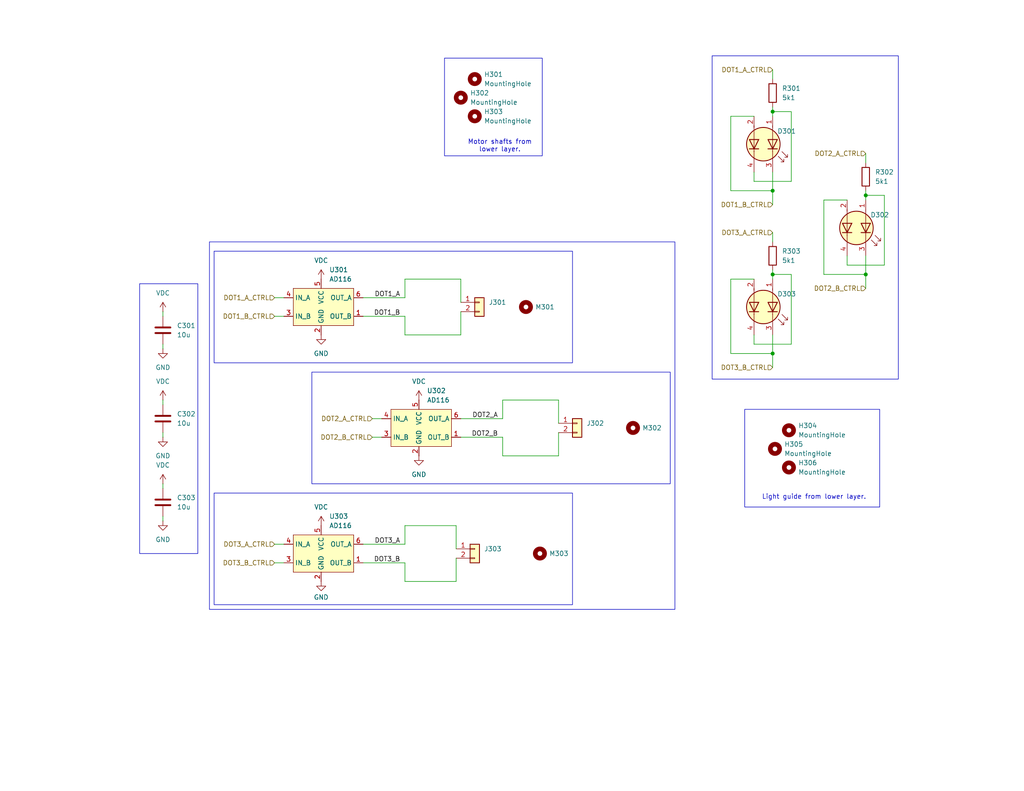
<source format=kicad_sch>
(kicad_sch (version 20231120) (generator "eeschema") (generator_version "8.0")
  (paper "USLetter")
  (title_block (date "2025-01-11") (rev "Type 5 Rev 2"))
  (lib_symbols
    (symbol "00-project-symbols:AD116_H_Bridge"
      (property "Reference" "U" (at 2.54 6.096 0))
      (property "Value" "AD116" (at -5.334 6.096 0))
      (symbol "AD116_H_Bridge_1_1"
        (rectangle (start -7.62 5.08) (end 8.89 -5.08) (fill (type background)))
        (pin output line (at 11.43 -2.54 180) (length 2.54) (name "OUT_B") (number "1"))
        (pin power_in line (at 0 -7.62 90) (length 2.54) (name "GND") (number "2"))
        (pin input line (at -10.16 -2.54 0) (length 2.54) (name "IN_B") (number "3"))
        (pin input line (at -10.16 2.54 0) (length 2.54) (name "IN_A") (number "4"))
        (pin power_in line (at 0 7.62 270) (length 2.54) (name "VCC") (number "5"))
        (pin output line (at 11.43 2.54 180) (length 2.54) (name "OUT_A") (number "6"))
      )
    )
    (symbol "Connector_Generic:Conn_01x02" (pin_names (offset 1.016) hide)
      (property "Reference" "J" (at 0 2.54 0))
      (property "Value" "Conn_01x02" (at 0 -5.08 0))
      (symbol "Conn_01x02_1_1"
        (rectangle (start -1.27 -2.413) (end 0 -2.667) (stroke (width 0.1524)))
        (rectangle (start -1.27 0.127) (end 0 -0.127) (stroke (width 0.1524)))
        (rectangle (start -1.27 1.27) (end 1.27 -3.81) (stroke (width 0.254)) (fill (type background)))
        (pin passive line (at -5.08 0 0) (length 3.81) (name "Pin_1") (number "1"))
        (pin passive line (at -5.08 -2.54 0) (length 3.81) (name "Pin_2") (number "2"))
      )
    )
    (symbol "Device:C" (pin_numbers hide) (pin_names (offset 0.254))
      (property "Reference" "C" (at 0.635 2.54 0))
      (property "Value" "C" (at 0.635 -2.54 0))
      (symbol "C_0_1"
        (polyline (pts (xy -2.032 -0.762) (xy 2.032 -0.762)) (stroke (width 0.508)))
        (polyline (pts (xy -2.032 0.762) (xy 2.032 0.762)) (stroke (width 0.508)))
      )
      (symbol "C_1_1"
        (pin passive line (at 0 3.81 270) (length 2.794) (name "~") (number "1"))
        (pin passive line (at 0 -3.81 90) (length 2.794) (name "~") (number "2"))
      )
    )
    (symbol "Device:LED_Dual_AAKK" (pin_names (offset 0) hide)
      (property "Reference" "D" (at 0 5.715 0))
      (property "Value" "LED_Dual_AAKK" (at 0 -6.35 0))
      (symbol "LED_Dual_AAKK_0_1"
        (polyline (pts (xy -5.08 -2.54) (xy 2.032 -2.54)))
        (polyline (pts (xy -5.08 2.54) (xy 2.032 2.54)))
        (polyline (pts (xy 1.27 -1.27) (xy 1.27 -3.81)) (stroke (width 0.254)))
        (polyline (pts (xy 1.27 3.81) (xy 1.27 1.27)) (stroke (width 0.254)))
        (polyline (pts (xy 3.81 -2.54) (xy 1.905 -2.54)))
        (polyline (pts (xy 3.81 2.54) (xy 1.905 2.54)))
        (polyline (pts (xy -1.27 -1.27) (xy -1.27 -3.81) (xy 1.27 -2.54) (xy -1.27 -1.27)) (stroke (width 0.254)))
        (polyline (pts (xy -1.27 3.81) (xy -1.27 1.27) (xy 1.27 2.54) (xy -1.27 3.81)) (stroke (width 0.254)))
        (polyline (pts (xy 2.032 5.08) (xy 3.556 6.604) (xy 2.794 6.604) (xy 3.556 6.604) (xy 3.556 5.842)))
        (polyline (pts (xy 3.302 4.064) (xy 4.826 5.588) (xy 4.064 5.588) (xy 4.826 5.588) (xy 4.826 4.826)))
        (circle (center 0 0) (radius 4.572) (stroke (width 0.254)) (fill (type background)))
      )
      (symbol "LED_Dual_AAKK_1_1"
        (pin input line (at -7.62 2.54 0) (length 3.048) (name "A1") (number "1"))
        (pin input line (at -7.62 -2.54 0) (length 3.048) (name "A2") (number "2"))
        (pin input line (at 7.62 2.54 180) (length 3.81) (name "K1") (number "3"))
        (pin input line (at 7.62 -2.54 180) (length 3.81) (name "K2") (number "4"))
      )
    )
    (symbol "Device:R" (pin_numbers hide) (pin_names (offset 0))
      (property "Reference" "R" (at 2.032 0 90))
      (property "Value" "R" (at 0 0 90))
      (symbol "R_0_1"
        (rectangle (start -1.016 -2.54) (end 1.016 2.54) (stroke (width 0.254)))
      )
      (symbol "R_1_1"
        (pin passive line (at 0 3.81 270) (length 1.27) (name "~") (number "1"))
        (pin passive line (at 0 -3.81 90) (length 1.27) (name "~") (number "2"))
      )
    )
    (symbol "Mechanical:MountingHole" (pin_names (offset 1.016)) (exclude_from_sim yes) (in_bom no)
      (property "Reference" "H" (at 0 5.08 0))
      (property "Value" "MountingHole" (at 0 3.175 0))
      (symbol "MountingHole_0_1"
        (circle (center 0 0) (radius 1.27) (stroke (width 1.27)))
      )
    )
    (symbol "power:GND" (power) (pin_numbers hide) (pin_names (offset 0) hide)
      (property "Value" "GND" (at 0 -3.81 0))
      (symbol "GND_0_1"
        (polyline (pts (xy 0 0) (xy 0 -1.27) (xy 1.27 -1.27) (xy 0 -2.54) (xy -1.27 -1.27) (xy 0 -1.27)))
      )
      (symbol "GND_1_1"
        (pin power_in line (at 0 0 270) (length 0) (name "~") (number "1"))
      )
    )
    (symbol "power:VDC" (power) (pin_numbers hide) (pin_names (offset 0) hide)
      (property "Value" "VDC" (at 0 3.556 0))
      (symbol "VDC_0_1"
        (polyline (pts (xy -0.762 1.27) (xy 0 2.54)))
        (polyline (pts (xy 0 0) (xy 0 2.54)))
        (polyline (pts (xy 0 2.54) (xy 0.762 1.27)))
      )
      (symbol "VDC_1_1"
        (pin power_in line (at 0 0 90) (length 0) (name "~") (number "1"))
      )
    )
  )
  (junction (at 236.22 74.93))
  (junction (at 210.82 52.07))
  (junction (at 210.82 96.52))
  (junction (at 236.22 53.34))
  (junction (at 210.82 74.93))
  (junction (at 210.82 30.48))
  (wire (pts (xy 199.39 96.52) (xy 210.82 96.52)))
  (wire (pts (xy 101.6 114.3) (xy 104.14 114.3)))
  (wire (pts (xy 236.22 54.61) (xy 236.22 53.34)))
  (wire (pts (xy 210.82 31.75) (xy 210.82 30.48)))
  (wire (pts (xy 236.22 53.34) (xy 236.22 52.07)))
  (wire (pts (xy 236.22 41.91) (xy 236.22 44.45)))
  (wire (pts (xy 137.16 109.22) (xy 152.4 109.22)))
  (wire (pts (xy 205.74 76.2) (xy 199.39 76.2)))
  (wire (pts (xy 210.82 91.44) (xy 210.82 96.52)))
  (wire (pts (xy 110.49 91.44) (xy 125.73 91.44)))
  (wire (pts (xy 99.06 86.36) (xy 110.49 86.36)))
  (wire (pts (xy 199.39 76.2) (xy 199.39 96.52)))
  (wire (pts (xy 236.22 69.85) (xy 236.22 74.93)))
  (wire (pts (xy 99.06 81.28) (xy 110.49 81.28)))
  (wire (pts (xy 210.82 52.07) (xy 210.82 55.88)))
  (wire (pts (xy 231.14 72.39) (xy 241.3 72.39)))
  (wire (pts (xy 74.93 86.36) (xy 77.47 86.36)))
  (wire (pts (xy 44.45 93.98) (xy 44.45 95.25)))
  (wire (pts (xy 241.3 72.39) (xy 241.3 53.34)))
  (wire (pts (xy 137.16 124.46) (xy 152.4 124.46)))
  (wire (pts (xy 110.49 158.75) (xy 124.46 158.75)))
  (wire (pts (xy 210.82 30.48) (xy 210.82 29.21)))
  (wire (pts (xy 205.74 49.53) (xy 205.74 46.99)))
  (wire (pts (xy 152.4 118.11) (xy 152.4 124.46)))
  (wire (pts (xy 199.39 52.07) (xy 210.82 52.07)))
  (wire (pts (xy 205.74 93.98) (xy 215.9 93.98)))
  (wire (pts (xy 125.73 76.2) (xy 125.73 82.55)))
  (wire (pts (xy 224.79 74.93) (xy 236.22 74.93)))
  (wire (pts (xy 205.74 49.53) (xy 215.9 49.53)))
  (wire (pts (xy 74.93 81.28) (xy 77.47 81.28)))
  (wire (pts (xy 99.06 153.67) (xy 110.49 153.67)))
  (wire (pts (xy 205.74 93.98) (xy 205.74 91.44)))
  (wire (pts (xy 44.45 109.22) (xy 44.45 110.49)))
  (wire (pts (xy 110.49 91.44) (xy 110.49 86.36)))
  (wire (pts (xy 231.14 72.39) (xy 231.14 69.85)))
  (wire (pts (xy 137.16 109.22) (xy 137.16 114.3)))
  (wire (pts (xy 44.45 132.08) (xy 44.45 133.35)))
  (wire (pts (xy 44.45 85.09) (xy 44.45 86.36)))
  (wire (pts (xy 152.4 109.22) (xy 152.4 115.57)))
  (wire (pts (xy 231.14 54.61) (xy 224.79 54.61)))
  (wire (pts (xy 210.82 46.99) (xy 210.82 52.07)))
  (wire (pts (xy 125.73 114.3) (xy 137.16 114.3)))
  (wire (pts (xy 110.49 143.51) (xy 124.46 143.51)))
  (wire (pts (xy 210.82 63.5) (xy 210.82 66.04)))
  (wire (pts (xy 44.45 140.97) (xy 44.45 142.24)))
  (wire (pts (xy 137.16 124.46) (xy 137.16 119.38)))
  (wire (pts (xy 110.49 153.67) (xy 110.49 158.75)))
  (wire (pts (xy 224.79 54.61) (xy 224.79 74.93)))
  (wire (pts (xy 110.49 76.2) (xy 110.49 81.28)))
  (wire (pts (xy 210.82 74.93) (xy 210.82 73.66)))
  (wire (pts (xy 205.74 31.75) (xy 199.39 31.75)))
  (wire (pts (xy 110.49 76.2) (xy 125.73 76.2)))
  (wire (pts (xy 241.3 53.34) (xy 236.22 53.34)))
  (wire (pts (xy 215.9 49.53) (xy 215.9 30.48)))
  (wire (pts (xy 99.06 148.59) (xy 110.49 148.59)))
  (wire (pts (xy 125.73 119.38) (xy 137.16 119.38)))
  (wire (pts (xy 215.9 74.93) (xy 210.82 74.93)))
  (wire (pts (xy 210.82 96.52) (xy 210.82 100.33)))
  (wire (pts (xy 199.39 31.75) (xy 199.39 52.07)))
  (wire (pts (xy 215.9 30.48) (xy 210.82 30.48)))
  (wire (pts (xy 74.93 148.59) (xy 77.47 148.59)))
  (wire (pts (xy 124.46 152.4) (xy 124.46 158.75)))
  (wire (pts (xy 44.45 118.11) (xy 44.45 119.38)))
  (wire (pts (xy 210.82 76.2) (xy 210.82 74.93)))
  (wire (pts (xy 125.73 85.09) (xy 125.73 91.44)))
  (wire (pts (xy 124.46 143.51) (xy 124.46 149.86)))
  (wire (pts (xy 74.93 153.67) (xy 77.47 153.67)))
  (wire (pts (xy 210.82 19.05) (xy 210.82 21.59)))
  (wire (pts (xy 110.49 143.51) (xy 110.49 148.59)))
  (wire (pts (xy 215.9 93.98) (xy 215.9 74.93)))
  (wire (pts (xy 101.6 119.38) (xy 104.14 119.38)))
  (wire (pts (xy 236.22 74.93) (xy 236.22 78.74)))
  (rectangle (start 58.42 134.62) (end 156.21 165.1))
  (rectangle (start 57.15 66.04) (end 184.15 166.37))
  (rectangle (start 58.42 68.58) (end 156.21 99.06))
  (rectangle (start 203.2 111.76) (end 240.03 138.43))
  (rectangle (start 121.285 15.875) (end 147.955 42.545))
  (rectangle (start 85.09 101.6) (end 182.88 132.08))
  (rectangle (start 194.31 15.24) (end 245.11 103.505))
  (rectangle (start 38.1 77.47) (end 53.975 151.13))
  (text "Light guide from lower layer." (at 222.123 135.763 0) (effects (font (size 1.27 1.27))))
  (text "Motor shafts from\nlower layer." (at 136.398 39.878 0) (effects (font (size 1.27 1.27))))
  (label "DOT1_B" (at 109.22 86.36 180))
  (label "DOT1_A" (at 109.22 81.28 180))
  (label "DOT3_B" (at 109.22 153.67 180))
  (label "DOT2_A" (at 135.89 114.3 180))
  (label "DOT2_B" (at 135.89 119.38 180))
  (label "DOT3_A" (at 109.22 148.59 180))
  (hierarchical_label "DOT2_A_CTRL" (shape input) (at 236.22 41.91 180))
  (hierarchical_label "DOT1_B_CTRL" (shape input) (at 210.82 55.88 180))
  (hierarchical_label "DOT1_A_CTRL" (shape input) (at 74.93 81.28 180))
  (hierarchical_label "DOT3_B_CTRL" (shape input) (at 210.82 100.33 180))
  (hierarchical_label "DOT1_A_CTRL" (shape input) (at 210.82 19.05 180))
  (hierarchical_label "DOT3_B_CTRL" (shape input) (at 74.93 153.67 180))
  (hierarchical_label "DOT3_A_CTRL" (shape input) (at 210.82 63.5 180))
  (hierarchical_label "DOT2_A_CTRL" (shape input) (at 101.6 114.3 180))
  (hierarchical_label "DOT1_B_CTRL" (shape input) (at 74.93 86.36 180))
  (hierarchical_label "DOT2_B_CTRL" (shape input) (at 236.22 78.74 180))
  (hierarchical_label "DOT3_A_CTRL" (shape input) (at 74.93 148.59 180))
  (hierarchical_label "DOT2_B_CTRL" (shape input) (at 101.6 119.38 180))
  (symbol (lib_id "power:VDC") (at 114.3 109.22 0) (unit 1)
    (property "Reference" "#PWR0306" (effects (hide yes)))
    (property "Value" "VDC" (at 114.3 104.14 0))
    (property "Description" "Power symbol creates a global label with name \"VDC\"" (effects (hide yes)))
    (instances (project "Braille-PCB-Type-5-Vertical-Motors" (path "" (reference "#PWR0306") (unit 1)) (path "" (reference "#PWR0406") (unit 1)) (path "" (reference "#PWR0506") (unit 1)) (path "" (reference "#PWR0206") (unit 1))))
  )
  (symbol (lib_id "Mechanical:MountingHole") (at 211.455 122.555 0) (unit 1) (exclude_from_sim yes) (in_bom no)
    (property "Reference" "H205" (at 213.995 121.2849 0) (effects (justify left)))
    (property "Value" "MountingHole" (at 213.995 123.8249 0) (effects (justify left)))
    (property "Footprint" "00-project-footprints:Hole_for_Motor_Shaft" (effects (hide yes)))
    (property "Description" "Mounting Hole without connection" (effects (hide yes)))
    (instances (project "Braille-PCB-Type-5-Vertical-Motors" (path "" (reference "H305") (unit 1)) (path "" (reference "H406") (unit 1)) (path "" (reference "H506") (unit 1)) (path "" (reference "H205") (unit 1))))
  )
  (symbol (lib_id "Mechanical:MountingHole") (at 215.265 117.475 0) (unit 1) (exclude_from_sim yes) (in_bom no)
    (property "Reference" "H204" (at 217.805 116.2049 0) (effects (justify left)))
    (property "Value" "MountingHole" (at 217.805 118.7449 0) (effects (justify left)))
    (property "Footprint" "00-project-footprints:Hole_for_Motor_Shaft" (effects (hide yes)))
    (property "Description" "Mounting Hole without connection" (effects (hide yes)))
    (instances (project "Braille-PCB-Type-5-Vertical-Motors" (path "" (reference "H304") (unit 1)) (path "" (reference "H405") (unit 1)) (path "" (reference "H505") (unit 1)) (path "" (reference "H204") (unit 1))))
  )
  (symbol (lib_id "Device:LED_Dual_AAKK") (at 208.28 83.82 270) (unit 1)
    (property "Reference" "D203" (at 212.09 80.264 90) (effects (justify left)))
    (property "Value" "LED_Dual_AAKK" (effects (hide yes)))
    (property "Footprint" "00-project-footprints:LED_1206_Bicolor_AAKK" (effects (hide yes)))
    (property "Description" "Dual LED, cathodes on pins 3 and 4" (effects (hide yes)))
    (instances (project "Braille-PCB-Type-5-Vertical-Motors" (path "" (reference "D303") (unit 1)) (path "" (reference "D403") (unit 1)) (path "" (reference "D503") (unit 1)) (path "" (reference "D203") (unit 1))))
  )
  (symbol (lib_id "Device:R") (at 210.82 69.85 0) (unit 1)
    (property "Reference" "R203" (at 213.36 68.5799 0) (effects (justify left)))
    (property "Value" "5k1" (at 213.36 71.1199 0) (effects (justify left)))
    (property "Footprint" "Resistor_SMD:R_0603_1608Metric_Pad0.98x0.95mm_HandSolder" (effects (hide yes)))
    (property "Description" "Resistor" (effects (hide yes)))
    (instances (project "Braille-PCB-Type-5-Vertical-Motors" (path "" (reference "R303") (unit 1)) (path "" (reference "R403") (unit 1)) (path "" (reference "R503") (unit 1)) (path "" (reference "R203") (unit 1))))
  )
  (symbol (lib_id "Device:C") (at 44.45 137.16 0) (unit 1)
    (property "Reference" "C303" (at 48.26 135.8899 0) (effects (justify left)))
    (property "Value" "10u" (at 48.26 138.4299 0) (effects (justify left)))
    (property "Footprint" "Capacitor_SMD:C_1206_3216Metric_Pad1.33x1.80mm_HandSolder" (effects (hide yes)))
    (property "Description" "Unpolarized capacitor" (effects (hide yes)))
    (instances (project "Braille-PCB-Type-5-Vertical-Motors" (path "" (reference "C303") (unit 1)) (path "" (reference "C403") (unit 1)) (path "" (reference "C503") (unit 1)) (path "" (reference "C203") (unit 1))))
  )
  (symbol (lib_id "Mechanical:MountingHole") (at 143.51 83.82 0) (unit 1) (exclude_from_sim yes) (in_bom no)
    (property "Reference" "M201" (at 146.05 83.82 0) (effects (justify left)))
    (property "Value" "MountingHole" (effects (hide yes)))
    (property "Footprint" "00-project-footprints:Motor_Tiny_0408_Vertical" (effects (hide yes)))
    (property "Description" "Mounting Hole without connection" (effects (hide yes)))
    (instances (project "" (path "" (reference "M301") (unit 1)) (path "" (reference "H404") (unit 1)) (path "" (reference "H504") (unit 1)) (path "" (reference "M201") (unit 1))))
  )
  (symbol (lib_id "Mechanical:MountingHole") (at 129.54 31.75 0) (unit 1) (exclude_from_sim yes) (in_bom no)
    (property "Reference" "H303" (at 132.08 30.4799 0) (effects (justify left)))
    (property "Value" "MountingHole" (at 132.08 33.0199 0) (effects (justify left)))
    (property "Footprint" "00-project-footprints:Hole_for_Motor_Shaft" (effects (hide yes)))
    (property "Description" "Mounting Hole without connection" (effects (hide yes)))
    (instances (project "Braille-PCB-Type-5-Vertical-Motors" (path "" (reference "H303") (unit 1)) (path "" (reference "H403") (unit 1)) (path "" (reference "H503") (unit 1)) (path "" (reference "H203") (unit 1))))
  )
  (symbol (lib_id "power:GND") (at 44.45 142.24 0) (unit 1)
    (property "Reference" "#PWR0310" (effects (hide yes)))
    (property "Value" "GND" (at 44.45 147.32 0))
    (property "Description" "Power symbol creates a global label with name \"GND\" , ground" (effects (hide yes)))
    (instances (project "Braille-PCB-Type-5-Vertical-Motors" (path "" (reference "#PWR0310") (unit 1)) (path "" (reference "#PWR0410") (unit 1)) (path "" (reference "#PWR0510") (unit 1)) (path "" (reference "#PWR0210") (unit 1))))
  )
  (symbol (lib_id "power:GND") (at 44.45 95.25 0) (unit 1)
    (property "Reference" "#PWR0304" (effects (hide yes)))
    (property "Value" "GND" (at 44.45 100.33 0))
    (property "Description" "Power symbol creates a global label with name \"GND\" , ground" (effects (hide yes)))
    (instances (project "Braille-PCB-Type-5-Vertical-Motors" (path "" (reference "#PWR0304") (unit 1)) (path "" (reference "#PWR0404") (unit 1)) (path "" (reference "#PWR0504") (unit 1)) (path "" (reference "#PWR0204") (unit 1))))
  )
  (symbol (lib_id "power:GND") (at 87.63 158.75 0) (unit 1)
    (property "Reference" "#PWR0312" (effects (hide yes)))
    (property "Value" "GND" (at 87.63 163.068 0))
    (property "Description" "Power symbol creates a global label with name \"GND\" , ground" (effects (hide yes)))
    (instances (project "Braille-PCB-Type-5-Vertical-Motors" (path "" (reference "#PWR0312") (unit 1)) (path "" (reference "#PWR0412") (unit 1)) (path "" (reference "#PWR0512") (unit 1)) (path "" (reference "#PWR0212") (unit 1))))
  )
  (symbol (lib_id "Device:LED_Dual_AAKK") (at 233.68 62.23 270) (unit 1)
    (property "Reference" "D202" (at 237.49 58.674 90) (effects (justify left)))
    (property "Value" "LED_Dual_AAKK" (effects (hide yes)))
    (property "Footprint" "00-project-footprints:LED_1206_Bicolor_AAKK" (effects (hide yes)))
    (property "Description" "Dual LED, cathodes on pins 3 and 4" (effects (hide yes)))
    (instances (project "Braille-PCB-Type-5-Vertical-Motors" (path "" (reference "D302") (unit 1)) (path "" (reference "D402") (unit 1)) (path "" (reference "D502") (unit 1)) (path "" (reference "D202") (unit 1))))
  )
  (symbol (lib_id "Mechanical:MountingHole") (at 172.72 116.84 0) (unit 1) (exclude_from_sim yes) (in_bom no)
    (property "Reference" "M202" (at 175.26 116.84 0) (effects (justify left)))
    (property "Value" "MountingHole" (effects (hide yes)))
    (property "Footprint" "00-project-footprints:Motor_Tiny_0408_Vertical" (effects (hide yes)))
    (property "Description" "Mounting Hole without connection" (effects (hide yes)))
    (instances (project "Braille-PCB-Type-5-Vertical-Motors" (path "" (reference "M302") (unit 1)) (path "" (reference "M401") (unit 1)) (path "" (reference "M501") (unit 1)) (path "" (reference "M202") (unit 1))))
  )
  (symbol (lib_id "power:GND") (at 44.45 119.38 0) (unit 1)
    (property "Reference" "#PWR0307" (effects (hide yes)))
    (property "Value" "GND" (at 44.45 124.46 0))
    (property "Description" "Power symbol creates a global label with name \"GND\" , ground" (effects (hide yes)))
    (instances (project "Braille-PCB-Type-5-Vertical-Motors" (path "" (reference "#PWR0307") (unit 1)) (path "" (reference "#PWR0407") (unit 1)) (path "" (reference "#PWR0507") (unit 1)) (path "" (reference "#PWR0207") (unit 1))))
  )
  (symbol (lib_id "Device:R") (at 236.22 48.26 0) (unit 1)
    (property "Reference" "R202" (at 238.76 46.9899 0) (effects (justify left)))
    (property "Value" "5k1" (at 238.76 49.5299 0) (effects (justify left)))
    (property "Footprint" "Resistor_SMD:R_0603_1608Metric_Pad0.98x0.95mm_HandSolder" (effects (hide yes)))
    (property "Description" "Resistor" (effects (hide yes)))
    (instances (project "Braille-PCB-Type-5-Vertical-Motors" (path "" (reference "R302") (unit 1)) (path "" (reference "R402") (unit 1)) (path "" (reference "R502") (unit 1)) (path "" (reference "R202") (unit 1))))
  )
  (symbol (lib_id "Mechanical:MountingHole") (at 215.265 127.635 0) (unit 1) (exclude_from_sim yes) (in_bom no)
    (property "Reference" "H206" (at 217.805 126.3649 0) (effects (justify left)))
    (property "Value" "MountingHole" (at 217.805 128.9049 0) (effects (justify left)))
    (property "Footprint" "00-project-footprints:Hole_for_Motor_Shaft" (effects (hide yes)))
    (property "Description" "Mounting Hole without connection" (effects (hide yes)))
    (instances (project "Braille-PCB-Type-5-Vertical-Motors" (path "" (reference "H306") (unit 1)) (path "" (reference "H407") (unit 1)) (path "" (reference "H507") (unit 1)) (path "" (reference "H206") (unit 1))))
  )
  (symbol (lib_id "Device:LED_Dual_AAKK") (at 208.28 39.37 270) (unit 1)
    (property "Reference" "D201" (at 212.09 35.814 90) (effects (justify left)))
    (property "Value" "LED_Dual_AAKK" (effects (hide yes)))
    (property "Footprint" "00-project-footprints:LED_1206_Bicolor_AAKK" (effects (hide yes)))
    (property "Description" "Dual LED, cathodes on pins 3 and 4" (effects (hide yes)))
    (instances (project "" (path "" (reference "D301") (unit 1)) (path "" (reference "D401") (unit 1)) (path "" (reference "D501") (unit 1)) (path "" (reference "D201") (unit 1))))
  )
  (symbol (lib_id "Device:C") (at 44.45 90.17 0) (unit 1)
    (property "Reference" "C301" (at 48.26 88.8999 0) (effects (justify left)))
    (property "Value" "10u" (at 48.26 91.4399 0) (effects (justify left)))
    (property "Footprint" "Capacitor_SMD:C_1206_3216Metric_Pad1.33x1.80mm_HandSolder" (effects (hide yes)))
    (property "Description" "Unpolarized capacitor" (effects (hide yes)))
    (instances (project "Braille-PCB-Type-5-Vertical-Motors" (path "" (reference "C301") (unit 1)) (path "" (reference "C401") (unit 1)) (path "" (reference "C501") (unit 1)) (path "" (reference "C201") (unit 1))))
  )
  (symbol (lib_id "Mechanical:MountingHole") (at 125.73 26.67 0) (unit 1) (exclude_from_sim yes) (in_bom no)
    (property "Reference" "H302" (at 128.27 25.3999 0) (effects (justify left)))
    (property "Value" "MountingHole" (at 128.27 27.9399 0) (effects (justify left)))
    (property "Footprint" "00-project-footprints:Hole_for_Motor_Shaft" (effects (hide yes)))
    (property "Description" "Mounting Hole without connection" (effects (hide yes)))
    (instances (project "Braille-PCB-Type-5-Vertical-Motors" (path "" (reference "H302") (unit 1)) (path "" (reference "H402") (unit 1)) (path "" (reference "H502") (unit 1)) (path "" (reference "H202") (unit 1))))
  )
  (symbol (lib_id "power:VDC") (at 44.45 109.22 0) (unit 1)
    (property "Reference" "#PWR0305" (effects (hide yes)))
    (property "Value" "VDC" (at 44.45 104.14 0))
    (property "Description" "Power symbol creates a global label with name \"VDC\"" (effects (hide yes)))
    (instances (project "Braille-PCB-Type-5-Vertical-Motors" (path "" (reference "#PWR0305") (unit 1)) (path "" (reference "#PWR0405") (unit 1)) (path "" (reference "#PWR0505") (unit 1)) (path "" (reference "#PWR0205") (unit 1))))
  )
  (symbol (lib_id "00-project-symbols:AD116_H_Bridge") (at 87.63 151.13 0) (unit 1)
    (property "Reference" "U303" (at 89.8241 140.97 0) (effects (justify left)))
    (property "Value" "AD116" (at 89.8241 143.51 0) (effects (justify left)))
    (property "Footprint" "Package_TO_SOT_SMD:SOT-23-6" (effects (hide yes)))
    (property "Datasheet" "https://www.lcsc.com/datasheet/lcsc_datasheet_2307170950_IDCHIP-AD116_C7463412.pdf" (effects (hide yes)))
    (instances (project "Braille-PCB-Type-5-Vertical-Motors" (path "" (reference "U303") (unit 1)) (path "" (reference "U403") (unit 1)) (path "" (reference "U503") (unit 1)) (path "" (reference "U203") (unit 1))))
  )
  (symbol (lib_id "Mechanical:MountingHole") (at 147.32 151.13 0) (unit 1) (exclude_from_sim yes) (in_bom no)
    (property "Reference" "M203" (at 149.86 151.13 0) (effects (justify left)))
    (property "Value" "MountingHole" (effects (hide yes)))
    (property "Footprint" "00-project-footprints:Motor_Tiny_0408_Vertical" (effects (hide yes)))
    (property "Description" "Mounting Hole without connection" (effects (hide yes)))
    (instances (project "Braille-PCB-Type-5-Vertical-Motors" (path "" (reference "M303") (unit 1)) (path "" (reference "M402") (unit 1)) (path "" (reference "M502") (unit 1)) (path "" (reference "M203") (unit 1))))
  )
  (symbol (lib_id "Device:C") (at 44.45 114.3 0) (unit 1)
    (property "Reference" "C302" (at 48.26 113.0299 0) (effects (justify left)))
    (property "Value" "10u" (at 48.26 115.5699 0) (effects (justify left)))
    (property "Footprint" "Capacitor_SMD:C_1206_3216Metric_Pad1.33x1.80mm_HandSolder" (effects (hide yes)))
    (property "Description" "Unpolarized capacitor" (effects (hide yes)))
    (instances (project "Braille-PCB-Type-5-Vertical-Motors" (path "" (reference "C302") (unit 1)) (path "" (reference "C402") (unit 1)) (path "" (reference "C502") (unit 1)) (path "" (reference "C202") (unit 1))))
  )
  (symbol (lib_id "power:VDC") (at 87.63 143.51 0) (unit 1)
    (property "Reference" "#PWR0311" (effects (hide yes)))
    (property "Value" "VDC" (at 87.63 138.43 0))
    (property "Description" "Power symbol creates a global label with name \"VDC\"" (effects (hide yes)))
    (instances (project "Braille-PCB-Type-5-Vertical-Motors" (path "" (reference "#PWR0311") (unit 1)) (path "" (reference "#PWR0411") (unit 1)) (path "" (reference "#PWR0511") (unit 1)) (path "" (reference "#PWR0211") (unit 1))))
  )
  (symbol (lib_id "Mechanical:MountingHole") (at 129.54 21.59 0) (unit 1) (exclude_from_sim yes) (in_bom no)
    (property "Reference" "H301" (at 132.08 20.3199 0) (effects (justify left)))
    (property "Value" "MountingHole" (at 132.08 22.8599 0) (effects (justify left)))
    (property "Footprint" "00-project-footprints:Hole_for_Motor_Shaft" (effects (hide yes)))
    (property "Description" "Mounting Hole without connection" (effects (hide yes)))
    (instances (project "" (path "" (reference "H301") (unit 1)) (path "" (reference "H401") (unit 1)) (path "" (reference "H501") (unit 1)) (path "" (reference "H201") (unit 1))))
  )
  (symbol (lib_id "Connector_Generic:Conn_01x02") (at 130.81 82.55 0) (unit 1)
    (property "Reference" "J301" (at 133.35 82.5499 0) (effects (justify left)))
    (property "Value" "Conn_01x02" (effects (hide yes)))
    (property "Footprint" "00-project-footprints:PinHeader_1x02_P2.54mm_Vertical_Tight_Centered" (effects (hide yes)))
    (property "Description" "Generic connector, single row, 01x02, script generated (kicad-library-utils/schlib/autogen/connector/)" (effects (hide yes)))
    (instances (project "" (path "" (reference "J301") (unit 1)) (path "" (reference "J401") (unit 1)) (path "" (reference "J501") (unit 1)) (path "" (reference "J201") (unit 1))))
  )
  (symbol (lib_id "power:VDC") (at 44.45 132.08 0) (unit 1)
    (property "Reference" "#PWR0309" (effects (hide yes)))
    (property "Value" "VDC" (at 44.45 127 0))
    (property "Description" "Power symbol creates a global label with name \"VDC\"" (effects (hide yes)))
    (instances (project "Braille-PCB-Type-5-Vertical-Motors" (path "" (reference "#PWR0309") (unit 1)) (path "" (reference "#PWR0409") (unit 1)) (path "" (reference "#PWR0509") (unit 1)) (path "" (reference "#PWR0209") (unit 1))))
  )
  (symbol (lib_id "00-project-symbols:AD116_H_Bridge") (at 87.63 83.82 0) (unit 1)
    (property "Reference" "U301" (at 89.8241 73.66 0) (effects (justify left)))
    (property "Value" "AD116" (at 89.8241 76.2 0) (effects (justify left)))
    (property "Footprint" "Package_TO_SOT_SMD:SOT-23-6" (effects (hide yes)))
    (property "Datasheet" "https://www.lcsc.com/datasheet/lcsc_datasheet_2307170950_IDCHIP-AD116_C7463412.pdf" (effects (hide yes)))
    (instances (project "Braille-PCB-Type-5-Vertical-Motors" (path "" (reference "U301") (unit 1)) (path "" (reference "U401") (unit 1)) (path "" (reference "U501") (unit 1)) (path "" (reference "U201") (unit 1))))
  )
  (symbol (lib_id "Connector_Generic:Conn_01x02") (at 129.54 149.86 0) (unit 1)
    (property "Reference" "J303" (at 132.08 149.8599 0) (effects (justify left)))
    (property "Value" "Conn_01x02" (effects (hide yes)))
    (property "Footprint" "00-project-footprints:PinHeader_1x02_P2.54mm_Vertical_Tight_Centered" (effects (hide yes)))
    (property "Description" "Generic connector, single row, 01x02, script generated (kicad-library-utils/schlib/autogen/connector/)" (effects (hide yes)))
    (instances (project "Braille-PCB-Type-5-Vertical-Motors" (path "" (reference "J303") (unit 1)) (path "" (reference "J403") (unit 1)) (path "" (reference "J503") (unit 1)) (path "" (reference "J203") (unit 1))))
  )
  (symbol (lib_id "Device:R") (at 210.82 25.4 0) (unit 1)
    (property "Reference" "R301" (at 213.36 24.1299 0) (effects (justify left)))
    (property "Value" "5k1" (at 213.36 26.6699 0) (effects (justify left)))
    (property "Footprint" "Resistor_SMD:R_0603_1608Metric_Pad0.98x0.95mm_HandSolder" (effects (hide yes)))
    (property "Description" "Resistor" (effects (hide yes)))
    (instances (project "Braille-PCB-Type-5-Vertical-Motors" (path "" (reference "R301") (unit 1)) (path "" (reference "R401") (unit 1)) (path "" (reference "R501") (unit 1)) (path "" (reference "R201") (unit 1))))
  )
  (symbol (lib_id "power:VDC") (at 44.45 85.09 0) (unit 1)
    (property "Reference" "#PWR0302" (effects (hide yes)))
    (property "Value" "VDC" (at 44.45 80.01 0))
    (property "Description" "Power symbol creates a global label with name \"VDC\"" (effects (hide yes)))
    (instances (project "Braille-PCB-Type-5-Vertical-Motors" (path "" (reference "#PWR0302") (unit 1)) (path "" (reference "#PWR0402") (unit 1)) (path "" (reference "#PWR0502") (unit 1)) (path "" (reference "#PWR0202") (unit 1))))
  )
  (symbol (lib_id "power:VDC") (at 87.63 76.2 0) (unit 1)
    (property "Reference" "#PWR0301" (effects (hide yes)))
    (property "Value" "VDC" (at 87.63 71.12 0))
    (property "Description" "Power symbol creates a global label with name \"VDC\"" (effects (hide yes)))
    (instances (project "Braille-PCB-Type-5-Vertical-Motors" (path "" (reference "#PWR0301") (unit 1)) (path "" (reference "#PWR0401") (unit 1)) (path "" (reference "#PWR0501") (unit 1)) (path "" (reference "#PWR0201") (unit 1))))
  )
  (symbol (lib_id "power:GND") (at 114.3 124.46 0) (unit 1)
    (property "Reference" "#PWR0308" (effects (hide yes)))
    (property "Value" "GND" (at 114.3 129.54 0))
    (property "Description" "Power symbol creates a global label with name \"GND\" , ground" (effects (hide yes)))
    (instances (project "Braille-PCB-Type-5-Vertical-Motors" (path "" (reference "#PWR0308") (unit 1)) (path "" (reference "#PWR0408") (unit 1)) (path "" (reference "#PWR0508") (unit 1)) (path "" (reference "#PWR0208") (unit 1))))
  )
  (symbol (lib_id "Connector_Generic:Conn_01x02") (at 157.48 115.57 0) (unit 1)
    (property "Reference" "J302" (at 160.02 115.5699 0) (effects (justify left)))
    (property "Value" "Conn_01x02" (effects (hide yes)))
    (property "Footprint" "00-project-footprints:PinHeader_1x02_P2.54mm_Vertical_Tight_Centered" (effects (hide yes)))
    (property "Description" "Generic connector, single row, 01x02, script generated (kicad-library-utils/schlib/autogen/connector/)" (effects (hide yes)))
    (instances (project "Braille-PCB-Type-5-Vertical-Motors" (path "" (reference "J302") (unit 1)) (path "" (reference "J402") (unit 1)) (path "" (reference "J502") (unit 1)) (path "" (reference "J202") (unit 1))))
  )
  (symbol (lib_id "00-project-symbols:AD116_H_Bridge") (at 114.3 116.84 0) (unit 1)
    (property "Reference" "U302" (at 116.4941 106.68 0) (effects (justify left)))
    (property "Value" "AD116" (at 116.4941 109.22 0) (effects (justify left)))
    (property "Footprint" "Package_TO_SOT_SMD:SOT-23-6" (effects (hide yes)))
    (property "Datasheet" "https://www.lcsc.com/datasheet/lcsc_datasheet_2307170950_IDCHIP-AD116_C7463412.pdf" (effects (hide yes)))
    (instances (project "Braille-PCB-Type-5-Vertical-Motors" (path "" (reference "U302") (unit 1)) (path "" (reference "U402") (unit 1)) (path "" (reference "U502") (unit 1)) (path "" (reference "U202") (unit 1))))
  )
  (symbol (lib_id "power:GND") (at 87.63 91.44 0) (unit 1)
    (property "Reference" "#PWR0303" (effects (hide yes)))
    (property "Value" "GND" (at 87.63 96.52 0))
    (property "Description" "Power symbol creates a global label with name \"GND\" , ground" (effects (hide yes)))
    (instances (project "Braille-PCB-Type-5-Vertical-Motors" (path "" (reference "#PWR0303") (unit 1)) (path "" (reference "#PWR0403") (unit 1)) (path "" (reference "#PWR0503") (unit 1)) (path "" (reference "#PWR0203") (unit 1))))
  )
)
</source>
